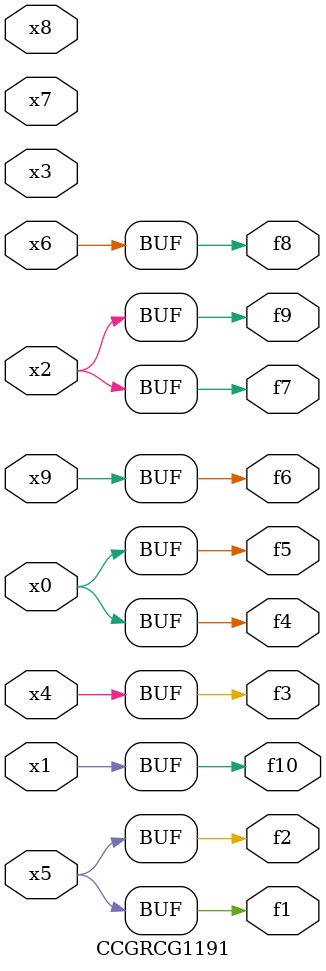
<source format=v>
module CCGRCG1191(
	input x0, x1, x2, x3, x4, x5, x6, x7, x8, x9,
	output f1, f2, f3, f4, f5, f6, f7, f8, f9, f10
);
	assign f1 = x5;
	assign f2 = x5;
	assign f3 = x4;
	assign f4 = x0;
	assign f5 = x0;
	assign f6 = x9;
	assign f7 = x2;
	assign f8 = x6;
	assign f9 = x2;
	assign f10 = x1;
endmodule

</source>
